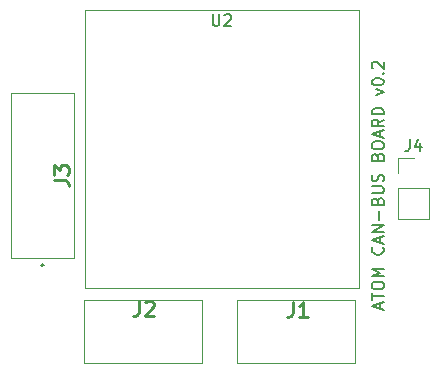
<source format=gto>
G04 #@! TF.GenerationSoftware,KiCad,Pcbnew,(5.1.2)-1*
G04 #@! TF.CreationDate,2020-12-30T14:45:37+09:00*
G04 #@! TF.ProjectId,M5Atom_CAN,4d354174-6f6d-45f4-9341-4e2e6b696361,rev?*
G04 #@! TF.SameCoordinates,Original*
G04 #@! TF.FileFunction,Legend,Top*
G04 #@! TF.FilePolarity,Positive*
%FSLAX46Y46*%
G04 Gerber Fmt 4.6, Leading zero omitted, Abs format (unit mm)*
G04 Created by KiCad (PCBNEW (5.1.2)-1) date 2020-12-30 14:45:37*
%MOMM*%
%LPD*%
G04 APERTURE LIST*
%ADD10C,0.150000*%
%ADD11C,0.100000*%
%ADD12C,0.120000*%
%ADD13C,0.200000*%
%ADD14C,0.254000*%
G04 APERTURE END LIST*
D10*
X163552166Y-134658380D02*
X163552166Y-134182190D01*
X163837880Y-134753619D02*
X162837880Y-134420285D01*
X163837880Y-134086952D01*
X162837880Y-133896476D02*
X162837880Y-133325047D01*
X163837880Y-133610761D02*
X162837880Y-133610761D01*
X162837880Y-132801238D02*
X162837880Y-132610761D01*
X162885500Y-132515523D01*
X162980738Y-132420285D01*
X163171214Y-132372666D01*
X163504547Y-132372666D01*
X163695023Y-132420285D01*
X163790261Y-132515523D01*
X163837880Y-132610761D01*
X163837880Y-132801238D01*
X163790261Y-132896476D01*
X163695023Y-132991714D01*
X163504547Y-133039333D01*
X163171214Y-133039333D01*
X162980738Y-132991714D01*
X162885500Y-132896476D01*
X162837880Y-132801238D01*
X163837880Y-131944095D02*
X162837880Y-131944095D01*
X163552166Y-131610761D01*
X162837880Y-131277428D01*
X163837880Y-131277428D01*
X163742642Y-129467904D02*
X163790261Y-129515523D01*
X163837880Y-129658380D01*
X163837880Y-129753619D01*
X163790261Y-129896476D01*
X163695023Y-129991714D01*
X163599785Y-130039333D01*
X163409309Y-130086952D01*
X163266452Y-130086952D01*
X163075976Y-130039333D01*
X162980738Y-129991714D01*
X162885500Y-129896476D01*
X162837880Y-129753619D01*
X162837880Y-129658380D01*
X162885500Y-129515523D01*
X162933119Y-129467904D01*
X163552166Y-129086952D02*
X163552166Y-128610761D01*
X163837880Y-129182190D02*
X162837880Y-128848857D01*
X163837880Y-128515523D01*
X163837880Y-128182190D02*
X162837880Y-128182190D01*
X163837880Y-127610761D01*
X162837880Y-127610761D01*
X163456928Y-127134571D02*
X163456928Y-126372666D01*
X163314071Y-125563142D02*
X163361690Y-125420285D01*
X163409309Y-125372666D01*
X163504547Y-125325047D01*
X163647404Y-125325047D01*
X163742642Y-125372666D01*
X163790261Y-125420285D01*
X163837880Y-125515523D01*
X163837880Y-125896476D01*
X162837880Y-125896476D01*
X162837880Y-125563142D01*
X162885500Y-125467904D01*
X162933119Y-125420285D01*
X163028357Y-125372666D01*
X163123595Y-125372666D01*
X163218833Y-125420285D01*
X163266452Y-125467904D01*
X163314071Y-125563142D01*
X163314071Y-125896476D01*
X162837880Y-124896476D02*
X163647404Y-124896476D01*
X163742642Y-124848857D01*
X163790261Y-124801238D01*
X163837880Y-124706000D01*
X163837880Y-124515523D01*
X163790261Y-124420285D01*
X163742642Y-124372666D01*
X163647404Y-124325047D01*
X162837880Y-124325047D01*
X163790261Y-123896476D02*
X163837880Y-123753619D01*
X163837880Y-123515523D01*
X163790261Y-123420285D01*
X163742642Y-123372666D01*
X163647404Y-123325047D01*
X163552166Y-123325047D01*
X163456928Y-123372666D01*
X163409309Y-123420285D01*
X163361690Y-123515523D01*
X163314071Y-123706000D01*
X163266452Y-123801238D01*
X163218833Y-123848857D01*
X163123595Y-123896476D01*
X163028357Y-123896476D01*
X162933119Y-123848857D01*
X162885500Y-123801238D01*
X162837880Y-123706000D01*
X162837880Y-123467904D01*
X162885500Y-123325047D01*
X163314071Y-121801238D02*
X163361690Y-121658380D01*
X163409309Y-121610761D01*
X163504547Y-121563142D01*
X163647404Y-121563142D01*
X163742642Y-121610761D01*
X163790261Y-121658380D01*
X163837880Y-121753619D01*
X163837880Y-122134571D01*
X162837880Y-122134571D01*
X162837880Y-121801238D01*
X162885500Y-121706000D01*
X162933119Y-121658380D01*
X163028357Y-121610761D01*
X163123595Y-121610761D01*
X163218833Y-121658380D01*
X163266452Y-121706000D01*
X163314071Y-121801238D01*
X163314071Y-122134571D01*
X162837880Y-120944095D02*
X162837880Y-120753619D01*
X162885500Y-120658380D01*
X162980738Y-120563142D01*
X163171214Y-120515523D01*
X163504547Y-120515523D01*
X163695023Y-120563142D01*
X163790261Y-120658380D01*
X163837880Y-120753619D01*
X163837880Y-120944095D01*
X163790261Y-121039333D01*
X163695023Y-121134571D01*
X163504547Y-121182190D01*
X163171214Y-121182190D01*
X162980738Y-121134571D01*
X162885500Y-121039333D01*
X162837880Y-120944095D01*
X163552166Y-120134571D02*
X163552166Y-119658380D01*
X163837880Y-120229809D02*
X162837880Y-119896476D01*
X163837880Y-119563142D01*
X163837880Y-118658380D02*
X163361690Y-118991714D01*
X163837880Y-119229809D02*
X162837880Y-119229809D01*
X162837880Y-118848857D01*
X162885500Y-118753619D01*
X162933119Y-118706000D01*
X163028357Y-118658380D01*
X163171214Y-118658380D01*
X163266452Y-118706000D01*
X163314071Y-118753619D01*
X163361690Y-118848857D01*
X163361690Y-119229809D01*
X163837880Y-118229809D02*
X162837880Y-118229809D01*
X162837880Y-117991714D01*
X162885500Y-117848857D01*
X162980738Y-117753619D01*
X163075976Y-117706000D01*
X163266452Y-117658380D01*
X163409309Y-117658380D01*
X163599785Y-117706000D01*
X163695023Y-117753619D01*
X163790261Y-117848857D01*
X163837880Y-117991714D01*
X163837880Y-118229809D01*
X163171214Y-116563142D02*
X163837880Y-116325047D01*
X163171214Y-116086952D01*
X162837880Y-115515523D02*
X162837880Y-115420285D01*
X162885500Y-115325047D01*
X162933119Y-115277428D01*
X163028357Y-115229809D01*
X163218833Y-115182190D01*
X163456928Y-115182190D01*
X163647404Y-115229809D01*
X163742642Y-115277428D01*
X163790261Y-115325047D01*
X163837880Y-115420285D01*
X163837880Y-115515523D01*
X163790261Y-115610761D01*
X163742642Y-115658380D01*
X163647404Y-115706000D01*
X163456928Y-115753619D01*
X163218833Y-115753619D01*
X163028357Y-115706000D01*
X162933119Y-115658380D01*
X162885500Y-115610761D01*
X162837880Y-115515523D01*
X163742642Y-114753619D02*
X163790261Y-114706000D01*
X163837880Y-114753619D01*
X163790261Y-114801238D01*
X163742642Y-114753619D01*
X163837880Y-114753619D01*
X162933119Y-114325047D02*
X162885500Y-114277428D01*
X162837880Y-114182190D01*
X162837880Y-113944095D01*
X162885500Y-113848857D01*
X162933119Y-113801238D01*
X163028357Y-113753619D01*
X163123595Y-113753619D01*
X163266452Y-113801238D01*
X163837880Y-114372666D01*
X163837880Y-113753619D01*
D11*
X151385000Y-139234000D02*
X151385000Y-133934000D01*
X161385000Y-139234000D02*
X151385000Y-139234000D01*
X161385000Y-133934000D02*
X161385000Y-139234000D01*
X151385000Y-133934000D02*
X161385000Y-133934000D01*
D12*
X165040000Y-121885000D02*
X166370000Y-121885000D01*
X165040000Y-123215000D02*
X165040000Y-121885000D01*
X165040000Y-124485000D02*
X167700000Y-124485000D01*
X167700000Y-124485000D02*
X167700000Y-127085000D01*
X165040000Y-124485000D02*
X165040000Y-127085000D01*
X165040000Y-127085000D02*
X167700000Y-127085000D01*
X161714000Y-132932000D02*
X161714000Y-109365000D01*
X138514600Y-109365000D02*
X161714000Y-109365000D01*
X138514600Y-132932000D02*
X138514600Y-109365000D01*
X161714000Y-132932000D02*
X138514600Y-132932000D01*
D13*
X135038000Y-130997000D02*
G75*
G02X134838000Y-130997000I-100000J0D01*
G01*
X134838000Y-130997000D02*
G75*
G02X135038000Y-130997000I100000J0D01*
G01*
X134838000Y-130997000D02*
X134838000Y-130997000D01*
X135038000Y-130997000D02*
X135038000Y-130997000D01*
D11*
X132288000Y-116397000D02*
X137588000Y-116397000D01*
X132288000Y-130397000D02*
X132288000Y-116397000D01*
X137588000Y-130397000D02*
X132288000Y-130397000D01*
X137588000Y-116397000D02*
X137588000Y-130397000D01*
X138431000Y-139234000D02*
X138431000Y-133934000D01*
X148431000Y-139234000D02*
X138431000Y-139234000D01*
X148431000Y-133934000D02*
X148431000Y-139234000D01*
X138431000Y-133934000D02*
X148431000Y-133934000D01*
D14*
X156131666Y-134078523D02*
X156131666Y-134985666D01*
X156071190Y-135167095D01*
X155950238Y-135288047D01*
X155768809Y-135348523D01*
X155647857Y-135348523D01*
X157401666Y-135348523D02*
X156675952Y-135348523D01*
X157038809Y-135348523D02*
X157038809Y-134078523D01*
X156917857Y-134259952D01*
X156796904Y-134380904D01*
X156675952Y-134441380D01*
D10*
X166036666Y-120337380D02*
X166036666Y-121051666D01*
X165989047Y-121194523D01*
X165893809Y-121289761D01*
X165750952Y-121337380D01*
X165655714Y-121337380D01*
X166941428Y-120670714D02*
X166941428Y-121337380D01*
X166703333Y-120289761D02*
X166465238Y-121004047D01*
X167084285Y-121004047D01*
X149352095Y-109744380D02*
X149352095Y-110553904D01*
X149399714Y-110649142D01*
X149447333Y-110696761D01*
X149542571Y-110744380D01*
X149733047Y-110744380D01*
X149828285Y-110696761D01*
X149875904Y-110649142D01*
X149923523Y-110553904D01*
X149923523Y-109744380D01*
X150352095Y-109839619D02*
X150399714Y-109792000D01*
X150494952Y-109744380D01*
X150733047Y-109744380D01*
X150828285Y-109792000D01*
X150875904Y-109839619D01*
X150923523Y-109934857D01*
X150923523Y-110030095D01*
X150875904Y-110172952D01*
X150304476Y-110744380D01*
X150923523Y-110744380D01*
D14*
X135912523Y-123810333D02*
X136819666Y-123810333D01*
X137001095Y-123870809D01*
X137122047Y-123991761D01*
X137182523Y-124173190D01*
X137182523Y-124294142D01*
X135912523Y-123326523D02*
X135912523Y-122540333D01*
X136396333Y-122963666D01*
X136396333Y-122782238D01*
X136456809Y-122661285D01*
X136517285Y-122600809D01*
X136638238Y-122540333D01*
X136940619Y-122540333D01*
X137061571Y-122600809D01*
X137122047Y-122661285D01*
X137182523Y-122782238D01*
X137182523Y-123145095D01*
X137122047Y-123266047D01*
X137061571Y-123326523D01*
X143117666Y-134018523D02*
X143117666Y-134925666D01*
X143057190Y-135107095D01*
X142936238Y-135228047D01*
X142754809Y-135288523D01*
X142633857Y-135288523D01*
X143661952Y-134139476D02*
X143722428Y-134079000D01*
X143843380Y-134018523D01*
X144145761Y-134018523D01*
X144266714Y-134079000D01*
X144327190Y-134139476D01*
X144387666Y-134260428D01*
X144387666Y-134381380D01*
X144327190Y-134562809D01*
X143601476Y-135288523D01*
X144387666Y-135288523D01*
M02*

</source>
